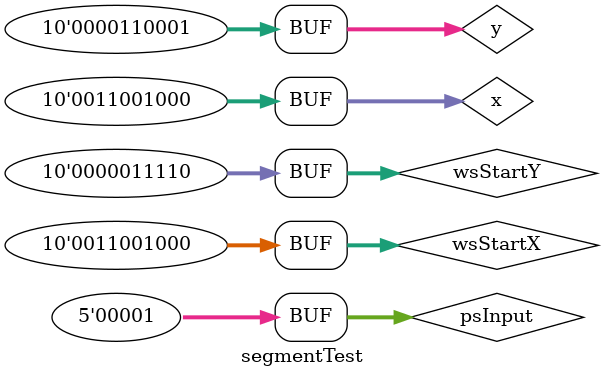
<source format=v>
`timescale 1ns / 1ps


module segmentTest();

    localparam BALL_SIZE = 8;
    localparam BAR_WIDTH = 10;
    localparam BAR_HEIGHT = 150;
    localparam scorePlayer1X = 200;
    localparam scorePlayer1Y = 30;
    localparam scoreWidth = 16;
    localparam scoreHeight = 20;

    reg [9:0] x;
    reg [9:0] y;
    reg [9:0] wsStartX = scorePlayer1X;
    reg [9:0] wsStartY = scorePlayer1Y;
    wire [4:0] wsSegment;
    wire [19:0] segments;
    reg [4:0] psInput;
    reg [11:0] color;
    

    whichSegment ws(x,y,wsStartX,wsStartY,wsSegment);
    pixelSegment pS(segments,psInput);


    always @(*) begin
    // ----------------- Score Player1 -----------------
    if ((x >= scorePlayer1X && x <= scorePlayer1X+scoreWidth) && (y >= scorePlayer1Y && y <= scorePlayer1Y+scoreHeight)) begin
        if(segments[wsSegment] == 1'b1) begin
            color <= 12'h888;
        end else begin
            color <= 12'hFFF;
        end
    end 
    
    else begin
        color <= 12'h000;
    end
    
    end

    initial
    begin
        #0;
        x = 10'b0011001000; // x=200
        y = 10'b0000011110; // y=30
        psInput = 5'b00000;
        //row 0 col 0
        #10;
        x = 10'b0011001101; // x=205
        y = 10'b0000011110; // y=30
        psInput = 5'b00001;
        //row 0 col 1 
        #10;
        x = 10'b0011010001; // x=209
        y = 10'b0000011110; // y=35
        //row 0 col 2 
        #10;
        x = 10'b0011010101; // x=213
        y = 10'b0000011110; // y=35
        //row 0 col 3 
        #10;
        x = 10'b0011011000; // x=216
        y = 10'b0000011110; // y=35
        //row 0 col 3         
        #10;
        x = 10'b0011001000; // x=200
        y = 10'b0000100011; // y=35
        //row 1 col 0
        #10;
        x = 10'b0011001101; // x=205
        y = 10'b0000100111; // y=39
        //row 2 col 1 
        #10;
        x = 10'b0011010001; // x=209
        y = 10'b0000101011; // y=43
        //row 3 col 2 
        #10;
        x = 10'b0011010101; // x=213
        y = 10'b0000101111; // y=47
        //row 4 col 3 
        #10;
        x = 10'b0011001000; // x=200
        y = 10'b0000110001; // y=49
        //row 4 col 0   
     end

endmodule

</source>
